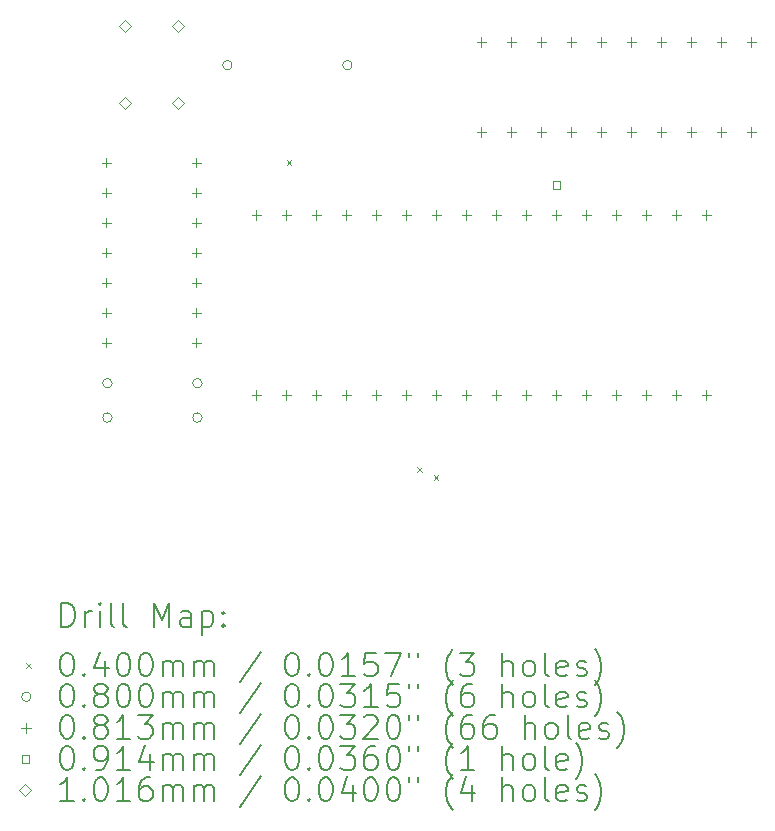
<source format=gbr>
%FSLAX45Y45*%
G04 Gerber Fmt 4.5, Leading zero omitted, Abs format (unit mm)*
G04 Created by KiCad (PCBNEW (6.0.5)) date 2022-12-14 22:57:56*
%MOMM*%
%LPD*%
G01*
G04 APERTURE LIST*
%ADD10C,0.200000*%
%ADD11C,0.040000*%
%ADD12C,0.080000*%
%ADD13C,0.081280*%
%ADD14C,0.091440*%
%ADD15C,0.101600*%
G04 APERTURE END LIST*
D10*
D11*
X13835870Y-9311490D02*
X13875870Y-9351490D01*
X13875870Y-9311490D02*
X13835870Y-9351490D01*
X14941150Y-11913690D02*
X14981150Y-11953690D01*
X14981150Y-11913690D02*
X14941150Y-11953690D01*
X15081900Y-11981500D02*
X15121900Y-12021500D01*
X15121900Y-11981500D02*
X15081900Y-12021500D01*
D12*
X12359000Y-11202000D02*
G75*
G03*
X12359000Y-11202000I-40000J0D01*
G01*
X12359000Y-11493500D02*
G75*
G03*
X12359000Y-11493500I-40000J0D01*
G01*
X13121000Y-11202000D02*
G75*
G03*
X13121000Y-11202000I-40000J0D01*
G01*
X13121000Y-11493500D02*
G75*
G03*
X13121000Y-11493500I-40000J0D01*
G01*
X13375000Y-8509000D02*
G75*
G03*
X13375000Y-8509000I-40000J0D01*
G01*
X14391000Y-8509000D02*
G75*
G03*
X14391000Y-8509000I-40000J0D01*
G01*
D13*
X12310110Y-9293860D02*
X12310110Y-9375140D01*
X12269470Y-9334500D02*
X12350750Y-9334500D01*
X12310110Y-9547860D02*
X12310110Y-9629140D01*
X12269470Y-9588500D02*
X12350750Y-9588500D01*
X12310110Y-9801860D02*
X12310110Y-9883140D01*
X12269470Y-9842500D02*
X12350750Y-9842500D01*
X12310110Y-10055860D02*
X12310110Y-10137140D01*
X12269470Y-10096500D02*
X12350750Y-10096500D01*
X12310110Y-10309860D02*
X12310110Y-10391140D01*
X12269470Y-10350500D02*
X12350750Y-10350500D01*
X12310110Y-10563860D02*
X12310110Y-10645140D01*
X12269470Y-10604500D02*
X12350750Y-10604500D01*
X12310110Y-10817860D02*
X12310110Y-10899140D01*
X12269470Y-10858500D02*
X12350750Y-10858500D01*
X13072110Y-9293860D02*
X13072110Y-9375140D01*
X13031470Y-9334500D02*
X13112750Y-9334500D01*
X13072110Y-9547860D02*
X13072110Y-9629140D01*
X13031470Y-9588500D02*
X13112750Y-9588500D01*
X13072110Y-9801860D02*
X13072110Y-9883140D01*
X13031470Y-9842500D02*
X13112750Y-9842500D01*
X13072110Y-10055860D02*
X13072110Y-10137140D01*
X13031470Y-10096500D02*
X13112750Y-10096500D01*
X13072110Y-10309860D02*
X13072110Y-10391140D01*
X13031470Y-10350500D02*
X13112750Y-10350500D01*
X13072110Y-10563860D02*
X13072110Y-10645140D01*
X13031470Y-10604500D02*
X13112750Y-10604500D01*
X13072110Y-10817860D02*
X13072110Y-10899140D01*
X13031470Y-10858500D02*
X13112750Y-10858500D01*
X13580110Y-9734720D02*
X13580110Y-9816000D01*
X13539470Y-9775360D02*
X13620750Y-9775360D01*
X13580110Y-11258720D02*
X13580110Y-11340000D01*
X13539470Y-11299360D02*
X13620750Y-11299360D01*
X13834110Y-9734720D02*
X13834110Y-9816000D01*
X13793470Y-9775360D02*
X13874750Y-9775360D01*
X13834110Y-11258720D02*
X13834110Y-11340000D01*
X13793470Y-11299360D02*
X13874750Y-11299360D01*
X14088110Y-9734720D02*
X14088110Y-9816000D01*
X14047470Y-9775360D02*
X14128750Y-9775360D01*
X14088110Y-11258720D02*
X14088110Y-11340000D01*
X14047470Y-11299360D02*
X14128750Y-11299360D01*
X14342110Y-9734720D02*
X14342110Y-9816000D01*
X14301470Y-9775360D02*
X14382750Y-9775360D01*
X14342110Y-11258720D02*
X14342110Y-11340000D01*
X14301470Y-11299360D02*
X14382750Y-11299360D01*
X14596110Y-9734720D02*
X14596110Y-9816000D01*
X14555470Y-9775360D02*
X14636750Y-9775360D01*
X14596110Y-11258720D02*
X14596110Y-11340000D01*
X14555470Y-11299360D02*
X14636750Y-11299360D01*
X14850110Y-9734720D02*
X14850110Y-9816000D01*
X14809470Y-9775360D02*
X14890750Y-9775360D01*
X14850110Y-11258720D02*
X14850110Y-11340000D01*
X14809470Y-11299360D02*
X14890750Y-11299360D01*
X15104110Y-9734720D02*
X15104110Y-9816000D01*
X15063470Y-9775360D02*
X15144750Y-9775360D01*
X15104110Y-11258720D02*
X15104110Y-11340000D01*
X15063470Y-11299360D02*
X15144750Y-11299360D01*
X15358110Y-9734720D02*
X15358110Y-9816000D01*
X15317470Y-9775360D02*
X15398750Y-9775360D01*
X15358110Y-11258720D02*
X15358110Y-11340000D01*
X15317470Y-11299360D02*
X15398750Y-11299360D01*
X15485110Y-8274220D02*
X15485110Y-8355500D01*
X15444470Y-8314860D02*
X15525750Y-8314860D01*
X15485110Y-9036220D02*
X15485110Y-9117500D01*
X15444470Y-9076860D02*
X15525750Y-9076860D01*
X15612110Y-9734720D02*
X15612110Y-9816000D01*
X15571470Y-9775360D02*
X15652750Y-9775360D01*
X15612110Y-11258720D02*
X15612110Y-11340000D01*
X15571470Y-11299360D02*
X15652750Y-11299360D01*
X15739110Y-8274220D02*
X15739110Y-8355500D01*
X15698470Y-8314860D02*
X15779750Y-8314860D01*
X15739110Y-9036220D02*
X15739110Y-9117500D01*
X15698470Y-9076860D02*
X15779750Y-9076860D01*
X15866110Y-9734720D02*
X15866110Y-9816000D01*
X15825470Y-9775360D02*
X15906750Y-9775360D01*
X15866110Y-11258720D02*
X15866110Y-11340000D01*
X15825470Y-11299360D02*
X15906750Y-11299360D01*
X15993110Y-8274220D02*
X15993110Y-8355500D01*
X15952470Y-8314860D02*
X16033750Y-8314860D01*
X15993110Y-9036220D02*
X15993110Y-9117500D01*
X15952470Y-9076860D02*
X16033750Y-9076860D01*
X16120110Y-9734720D02*
X16120110Y-9816000D01*
X16079470Y-9775360D02*
X16160750Y-9775360D01*
X16120110Y-11258720D02*
X16120110Y-11340000D01*
X16079470Y-11299360D02*
X16160750Y-11299360D01*
X16247110Y-8274220D02*
X16247110Y-8355500D01*
X16206470Y-8314860D02*
X16287750Y-8314860D01*
X16247110Y-9036220D02*
X16247110Y-9117500D01*
X16206470Y-9076860D02*
X16287750Y-9076860D01*
X16374110Y-9734720D02*
X16374110Y-9816000D01*
X16333470Y-9775360D02*
X16414750Y-9775360D01*
X16374110Y-11258720D02*
X16374110Y-11340000D01*
X16333470Y-11299360D02*
X16414750Y-11299360D01*
X16501110Y-8274220D02*
X16501110Y-8355500D01*
X16460470Y-8314860D02*
X16541750Y-8314860D01*
X16501110Y-9036220D02*
X16501110Y-9117500D01*
X16460470Y-9076860D02*
X16541750Y-9076860D01*
X16628110Y-9734720D02*
X16628110Y-9816000D01*
X16587470Y-9775360D02*
X16668750Y-9775360D01*
X16628110Y-11258720D02*
X16628110Y-11340000D01*
X16587470Y-11299360D02*
X16668750Y-11299360D01*
X16755110Y-8274220D02*
X16755110Y-8355500D01*
X16714470Y-8314860D02*
X16795750Y-8314860D01*
X16755110Y-9036220D02*
X16755110Y-9117500D01*
X16714470Y-9076860D02*
X16795750Y-9076860D01*
X16882110Y-9734720D02*
X16882110Y-9816000D01*
X16841470Y-9775360D02*
X16922750Y-9775360D01*
X16882110Y-11258720D02*
X16882110Y-11340000D01*
X16841470Y-11299360D02*
X16922750Y-11299360D01*
X17009110Y-8274220D02*
X17009110Y-8355500D01*
X16968470Y-8314860D02*
X17049750Y-8314860D01*
X17009110Y-9036220D02*
X17009110Y-9117500D01*
X16968470Y-9076860D02*
X17049750Y-9076860D01*
X17136110Y-9734720D02*
X17136110Y-9816000D01*
X17095470Y-9775360D02*
X17176750Y-9775360D01*
X17136110Y-11258720D02*
X17136110Y-11340000D01*
X17095470Y-11299360D02*
X17176750Y-11299360D01*
X17263110Y-8274220D02*
X17263110Y-8355500D01*
X17222470Y-8314860D02*
X17303750Y-8314860D01*
X17263110Y-9036220D02*
X17263110Y-9117500D01*
X17222470Y-9076860D02*
X17303750Y-9076860D01*
X17390110Y-9734720D02*
X17390110Y-9816000D01*
X17349470Y-9775360D02*
X17430750Y-9775360D01*
X17390110Y-11258720D02*
X17390110Y-11340000D01*
X17349470Y-11299360D02*
X17430750Y-11299360D01*
X17517110Y-8274220D02*
X17517110Y-8355500D01*
X17476470Y-8314860D02*
X17557750Y-8314860D01*
X17517110Y-9036220D02*
X17517110Y-9117500D01*
X17476470Y-9076860D02*
X17557750Y-9076860D01*
X17771110Y-8274220D02*
X17771110Y-8355500D01*
X17730470Y-8314860D02*
X17811750Y-8314860D01*
X17771110Y-9036220D02*
X17771110Y-9117500D01*
X17730470Y-9076860D02*
X17811750Y-9076860D01*
D14*
X16152439Y-9553689D02*
X16152439Y-9489031D01*
X16087781Y-9489031D01*
X16087781Y-9553689D01*
X16152439Y-9553689D01*
D15*
X12466110Y-8231160D02*
X12516910Y-8180360D01*
X12466110Y-8129560D01*
X12415310Y-8180360D01*
X12466110Y-8231160D01*
X12466110Y-8881160D02*
X12516910Y-8830360D01*
X12466110Y-8779560D01*
X12415310Y-8830360D01*
X12466110Y-8881160D01*
X12916110Y-8231160D02*
X12966910Y-8180360D01*
X12916110Y-8129560D01*
X12865310Y-8180360D01*
X12916110Y-8231160D01*
X12916110Y-8881160D02*
X12966910Y-8830360D01*
X12916110Y-8779560D01*
X12865310Y-8830360D01*
X12916110Y-8881160D01*
D10*
X11930229Y-13263336D02*
X11930229Y-13063336D01*
X11977848Y-13063336D01*
X12006419Y-13072860D01*
X12025467Y-13091908D01*
X12034991Y-13110955D01*
X12044515Y-13149050D01*
X12044515Y-13177622D01*
X12034991Y-13215717D01*
X12025467Y-13234765D01*
X12006419Y-13253812D01*
X11977848Y-13263336D01*
X11930229Y-13263336D01*
X12130229Y-13263336D02*
X12130229Y-13130003D01*
X12130229Y-13168098D02*
X12139753Y-13149050D01*
X12149277Y-13139527D01*
X12168324Y-13130003D01*
X12187372Y-13130003D01*
X12254038Y-13263336D02*
X12254038Y-13130003D01*
X12254038Y-13063336D02*
X12244515Y-13072860D01*
X12254038Y-13082384D01*
X12263562Y-13072860D01*
X12254038Y-13063336D01*
X12254038Y-13082384D01*
X12377848Y-13263336D02*
X12358800Y-13253812D01*
X12349277Y-13234765D01*
X12349277Y-13063336D01*
X12482610Y-13263336D02*
X12463562Y-13253812D01*
X12454038Y-13234765D01*
X12454038Y-13063336D01*
X12711181Y-13263336D02*
X12711181Y-13063336D01*
X12777848Y-13206193D01*
X12844515Y-13063336D01*
X12844515Y-13263336D01*
X13025467Y-13263336D02*
X13025467Y-13158574D01*
X13015943Y-13139527D01*
X12996896Y-13130003D01*
X12958800Y-13130003D01*
X12939753Y-13139527D01*
X13025467Y-13253812D02*
X13006419Y-13263336D01*
X12958800Y-13263336D01*
X12939753Y-13253812D01*
X12930229Y-13234765D01*
X12930229Y-13215717D01*
X12939753Y-13196669D01*
X12958800Y-13187146D01*
X13006419Y-13187146D01*
X13025467Y-13177622D01*
X13120705Y-13130003D02*
X13120705Y-13330003D01*
X13120705Y-13139527D02*
X13139753Y-13130003D01*
X13177848Y-13130003D01*
X13196896Y-13139527D01*
X13206419Y-13149050D01*
X13215943Y-13168098D01*
X13215943Y-13225241D01*
X13206419Y-13244288D01*
X13196896Y-13253812D01*
X13177848Y-13263336D01*
X13139753Y-13263336D01*
X13120705Y-13253812D01*
X13301658Y-13244288D02*
X13311181Y-13253812D01*
X13301658Y-13263336D01*
X13292134Y-13253812D01*
X13301658Y-13244288D01*
X13301658Y-13263336D01*
X13301658Y-13139527D02*
X13311181Y-13149050D01*
X13301658Y-13158574D01*
X13292134Y-13149050D01*
X13301658Y-13139527D01*
X13301658Y-13158574D01*
D11*
X11632610Y-13572860D02*
X11672610Y-13612860D01*
X11672610Y-13572860D02*
X11632610Y-13612860D01*
D10*
X11968324Y-13483336D02*
X11987372Y-13483336D01*
X12006419Y-13492860D01*
X12015943Y-13502384D01*
X12025467Y-13521431D01*
X12034991Y-13559527D01*
X12034991Y-13607146D01*
X12025467Y-13645241D01*
X12015943Y-13664288D01*
X12006419Y-13673812D01*
X11987372Y-13683336D01*
X11968324Y-13683336D01*
X11949277Y-13673812D01*
X11939753Y-13664288D01*
X11930229Y-13645241D01*
X11920705Y-13607146D01*
X11920705Y-13559527D01*
X11930229Y-13521431D01*
X11939753Y-13502384D01*
X11949277Y-13492860D01*
X11968324Y-13483336D01*
X12120705Y-13664288D02*
X12130229Y-13673812D01*
X12120705Y-13683336D01*
X12111181Y-13673812D01*
X12120705Y-13664288D01*
X12120705Y-13683336D01*
X12301658Y-13550003D02*
X12301658Y-13683336D01*
X12254038Y-13473812D02*
X12206419Y-13616669D01*
X12330229Y-13616669D01*
X12444515Y-13483336D02*
X12463562Y-13483336D01*
X12482610Y-13492860D01*
X12492134Y-13502384D01*
X12501658Y-13521431D01*
X12511181Y-13559527D01*
X12511181Y-13607146D01*
X12501658Y-13645241D01*
X12492134Y-13664288D01*
X12482610Y-13673812D01*
X12463562Y-13683336D01*
X12444515Y-13683336D01*
X12425467Y-13673812D01*
X12415943Y-13664288D01*
X12406419Y-13645241D01*
X12396896Y-13607146D01*
X12396896Y-13559527D01*
X12406419Y-13521431D01*
X12415943Y-13502384D01*
X12425467Y-13492860D01*
X12444515Y-13483336D01*
X12634991Y-13483336D02*
X12654038Y-13483336D01*
X12673086Y-13492860D01*
X12682610Y-13502384D01*
X12692134Y-13521431D01*
X12701658Y-13559527D01*
X12701658Y-13607146D01*
X12692134Y-13645241D01*
X12682610Y-13664288D01*
X12673086Y-13673812D01*
X12654038Y-13683336D01*
X12634991Y-13683336D01*
X12615943Y-13673812D01*
X12606419Y-13664288D01*
X12596896Y-13645241D01*
X12587372Y-13607146D01*
X12587372Y-13559527D01*
X12596896Y-13521431D01*
X12606419Y-13502384D01*
X12615943Y-13492860D01*
X12634991Y-13483336D01*
X12787372Y-13683336D02*
X12787372Y-13550003D01*
X12787372Y-13569050D02*
X12796896Y-13559527D01*
X12815943Y-13550003D01*
X12844515Y-13550003D01*
X12863562Y-13559527D01*
X12873086Y-13578574D01*
X12873086Y-13683336D01*
X12873086Y-13578574D02*
X12882610Y-13559527D01*
X12901658Y-13550003D01*
X12930229Y-13550003D01*
X12949277Y-13559527D01*
X12958800Y-13578574D01*
X12958800Y-13683336D01*
X13054038Y-13683336D02*
X13054038Y-13550003D01*
X13054038Y-13569050D02*
X13063562Y-13559527D01*
X13082610Y-13550003D01*
X13111181Y-13550003D01*
X13130229Y-13559527D01*
X13139753Y-13578574D01*
X13139753Y-13683336D01*
X13139753Y-13578574D02*
X13149277Y-13559527D01*
X13168324Y-13550003D01*
X13196896Y-13550003D01*
X13215943Y-13559527D01*
X13225467Y-13578574D01*
X13225467Y-13683336D01*
X13615943Y-13473812D02*
X13444515Y-13730955D01*
X13873086Y-13483336D02*
X13892134Y-13483336D01*
X13911181Y-13492860D01*
X13920705Y-13502384D01*
X13930229Y-13521431D01*
X13939753Y-13559527D01*
X13939753Y-13607146D01*
X13930229Y-13645241D01*
X13920705Y-13664288D01*
X13911181Y-13673812D01*
X13892134Y-13683336D01*
X13873086Y-13683336D01*
X13854038Y-13673812D01*
X13844515Y-13664288D01*
X13834991Y-13645241D01*
X13825467Y-13607146D01*
X13825467Y-13559527D01*
X13834991Y-13521431D01*
X13844515Y-13502384D01*
X13854038Y-13492860D01*
X13873086Y-13483336D01*
X14025467Y-13664288D02*
X14034991Y-13673812D01*
X14025467Y-13683336D01*
X14015943Y-13673812D01*
X14025467Y-13664288D01*
X14025467Y-13683336D01*
X14158800Y-13483336D02*
X14177848Y-13483336D01*
X14196896Y-13492860D01*
X14206419Y-13502384D01*
X14215943Y-13521431D01*
X14225467Y-13559527D01*
X14225467Y-13607146D01*
X14215943Y-13645241D01*
X14206419Y-13664288D01*
X14196896Y-13673812D01*
X14177848Y-13683336D01*
X14158800Y-13683336D01*
X14139753Y-13673812D01*
X14130229Y-13664288D01*
X14120705Y-13645241D01*
X14111181Y-13607146D01*
X14111181Y-13559527D01*
X14120705Y-13521431D01*
X14130229Y-13502384D01*
X14139753Y-13492860D01*
X14158800Y-13483336D01*
X14415943Y-13683336D02*
X14301658Y-13683336D01*
X14358800Y-13683336D02*
X14358800Y-13483336D01*
X14339753Y-13511908D01*
X14320705Y-13530955D01*
X14301658Y-13540479D01*
X14596896Y-13483336D02*
X14501658Y-13483336D01*
X14492134Y-13578574D01*
X14501658Y-13569050D01*
X14520705Y-13559527D01*
X14568324Y-13559527D01*
X14587372Y-13569050D01*
X14596896Y-13578574D01*
X14606419Y-13597622D01*
X14606419Y-13645241D01*
X14596896Y-13664288D01*
X14587372Y-13673812D01*
X14568324Y-13683336D01*
X14520705Y-13683336D01*
X14501658Y-13673812D01*
X14492134Y-13664288D01*
X14673086Y-13483336D02*
X14806419Y-13483336D01*
X14720705Y-13683336D01*
X14873086Y-13483336D02*
X14873086Y-13521431D01*
X14949277Y-13483336D02*
X14949277Y-13521431D01*
X15244515Y-13759527D02*
X15234991Y-13750003D01*
X15215943Y-13721431D01*
X15206419Y-13702384D01*
X15196896Y-13673812D01*
X15187372Y-13626193D01*
X15187372Y-13588098D01*
X15196896Y-13540479D01*
X15206419Y-13511908D01*
X15215943Y-13492860D01*
X15234991Y-13464288D01*
X15244515Y-13454765D01*
X15301658Y-13483336D02*
X15425467Y-13483336D01*
X15358800Y-13559527D01*
X15387372Y-13559527D01*
X15406419Y-13569050D01*
X15415943Y-13578574D01*
X15425467Y-13597622D01*
X15425467Y-13645241D01*
X15415943Y-13664288D01*
X15406419Y-13673812D01*
X15387372Y-13683336D01*
X15330229Y-13683336D01*
X15311181Y-13673812D01*
X15301658Y-13664288D01*
X15663562Y-13683336D02*
X15663562Y-13483336D01*
X15749277Y-13683336D02*
X15749277Y-13578574D01*
X15739753Y-13559527D01*
X15720705Y-13550003D01*
X15692134Y-13550003D01*
X15673086Y-13559527D01*
X15663562Y-13569050D01*
X15873086Y-13683336D02*
X15854038Y-13673812D01*
X15844515Y-13664288D01*
X15834991Y-13645241D01*
X15834991Y-13588098D01*
X15844515Y-13569050D01*
X15854038Y-13559527D01*
X15873086Y-13550003D01*
X15901658Y-13550003D01*
X15920705Y-13559527D01*
X15930229Y-13569050D01*
X15939753Y-13588098D01*
X15939753Y-13645241D01*
X15930229Y-13664288D01*
X15920705Y-13673812D01*
X15901658Y-13683336D01*
X15873086Y-13683336D01*
X16054038Y-13683336D02*
X16034991Y-13673812D01*
X16025467Y-13654765D01*
X16025467Y-13483336D01*
X16206419Y-13673812D02*
X16187372Y-13683336D01*
X16149277Y-13683336D01*
X16130229Y-13673812D01*
X16120705Y-13654765D01*
X16120705Y-13578574D01*
X16130229Y-13559527D01*
X16149277Y-13550003D01*
X16187372Y-13550003D01*
X16206419Y-13559527D01*
X16215943Y-13578574D01*
X16215943Y-13597622D01*
X16120705Y-13616669D01*
X16292134Y-13673812D02*
X16311181Y-13683336D01*
X16349277Y-13683336D01*
X16368324Y-13673812D01*
X16377848Y-13654765D01*
X16377848Y-13645241D01*
X16368324Y-13626193D01*
X16349277Y-13616669D01*
X16320705Y-13616669D01*
X16301658Y-13607146D01*
X16292134Y-13588098D01*
X16292134Y-13578574D01*
X16301658Y-13559527D01*
X16320705Y-13550003D01*
X16349277Y-13550003D01*
X16368324Y-13559527D01*
X16444515Y-13759527D02*
X16454038Y-13750003D01*
X16473086Y-13721431D01*
X16482610Y-13702384D01*
X16492134Y-13673812D01*
X16501658Y-13626193D01*
X16501658Y-13588098D01*
X16492134Y-13540479D01*
X16482610Y-13511908D01*
X16473086Y-13492860D01*
X16454038Y-13464288D01*
X16444515Y-13454765D01*
D12*
X11672610Y-13856860D02*
G75*
G03*
X11672610Y-13856860I-40000J0D01*
G01*
D10*
X11968324Y-13747336D02*
X11987372Y-13747336D01*
X12006419Y-13756860D01*
X12015943Y-13766384D01*
X12025467Y-13785431D01*
X12034991Y-13823527D01*
X12034991Y-13871146D01*
X12025467Y-13909241D01*
X12015943Y-13928288D01*
X12006419Y-13937812D01*
X11987372Y-13947336D01*
X11968324Y-13947336D01*
X11949277Y-13937812D01*
X11939753Y-13928288D01*
X11930229Y-13909241D01*
X11920705Y-13871146D01*
X11920705Y-13823527D01*
X11930229Y-13785431D01*
X11939753Y-13766384D01*
X11949277Y-13756860D01*
X11968324Y-13747336D01*
X12120705Y-13928288D02*
X12130229Y-13937812D01*
X12120705Y-13947336D01*
X12111181Y-13937812D01*
X12120705Y-13928288D01*
X12120705Y-13947336D01*
X12244515Y-13833050D02*
X12225467Y-13823527D01*
X12215943Y-13814003D01*
X12206419Y-13794955D01*
X12206419Y-13785431D01*
X12215943Y-13766384D01*
X12225467Y-13756860D01*
X12244515Y-13747336D01*
X12282610Y-13747336D01*
X12301658Y-13756860D01*
X12311181Y-13766384D01*
X12320705Y-13785431D01*
X12320705Y-13794955D01*
X12311181Y-13814003D01*
X12301658Y-13823527D01*
X12282610Y-13833050D01*
X12244515Y-13833050D01*
X12225467Y-13842574D01*
X12215943Y-13852098D01*
X12206419Y-13871146D01*
X12206419Y-13909241D01*
X12215943Y-13928288D01*
X12225467Y-13937812D01*
X12244515Y-13947336D01*
X12282610Y-13947336D01*
X12301658Y-13937812D01*
X12311181Y-13928288D01*
X12320705Y-13909241D01*
X12320705Y-13871146D01*
X12311181Y-13852098D01*
X12301658Y-13842574D01*
X12282610Y-13833050D01*
X12444515Y-13747336D02*
X12463562Y-13747336D01*
X12482610Y-13756860D01*
X12492134Y-13766384D01*
X12501658Y-13785431D01*
X12511181Y-13823527D01*
X12511181Y-13871146D01*
X12501658Y-13909241D01*
X12492134Y-13928288D01*
X12482610Y-13937812D01*
X12463562Y-13947336D01*
X12444515Y-13947336D01*
X12425467Y-13937812D01*
X12415943Y-13928288D01*
X12406419Y-13909241D01*
X12396896Y-13871146D01*
X12396896Y-13823527D01*
X12406419Y-13785431D01*
X12415943Y-13766384D01*
X12425467Y-13756860D01*
X12444515Y-13747336D01*
X12634991Y-13747336D02*
X12654038Y-13747336D01*
X12673086Y-13756860D01*
X12682610Y-13766384D01*
X12692134Y-13785431D01*
X12701658Y-13823527D01*
X12701658Y-13871146D01*
X12692134Y-13909241D01*
X12682610Y-13928288D01*
X12673086Y-13937812D01*
X12654038Y-13947336D01*
X12634991Y-13947336D01*
X12615943Y-13937812D01*
X12606419Y-13928288D01*
X12596896Y-13909241D01*
X12587372Y-13871146D01*
X12587372Y-13823527D01*
X12596896Y-13785431D01*
X12606419Y-13766384D01*
X12615943Y-13756860D01*
X12634991Y-13747336D01*
X12787372Y-13947336D02*
X12787372Y-13814003D01*
X12787372Y-13833050D02*
X12796896Y-13823527D01*
X12815943Y-13814003D01*
X12844515Y-13814003D01*
X12863562Y-13823527D01*
X12873086Y-13842574D01*
X12873086Y-13947336D01*
X12873086Y-13842574D02*
X12882610Y-13823527D01*
X12901658Y-13814003D01*
X12930229Y-13814003D01*
X12949277Y-13823527D01*
X12958800Y-13842574D01*
X12958800Y-13947336D01*
X13054038Y-13947336D02*
X13054038Y-13814003D01*
X13054038Y-13833050D02*
X13063562Y-13823527D01*
X13082610Y-13814003D01*
X13111181Y-13814003D01*
X13130229Y-13823527D01*
X13139753Y-13842574D01*
X13139753Y-13947336D01*
X13139753Y-13842574D02*
X13149277Y-13823527D01*
X13168324Y-13814003D01*
X13196896Y-13814003D01*
X13215943Y-13823527D01*
X13225467Y-13842574D01*
X13225467Y-13947336D01*
X13615943Y-13737812D02*
X13444515Y-13994955D01*
X13873086Y-13747336D02*
X13892134Y-13747336D01*
X13911181Y-13756860D01*
X13920705Y-13766384D01*
X13930229Y-13785431D01*
X13939753Y-13823527D01*
X13939753Y-13871146D01*
X13930229Y-13909241D01*
X13920705Y-13928288D01*
X13911181Y-13937812D01*
X13892134Y-13947336D01*
X13873086Y-13947336D01*
X13854038Y-13937812D01*
X13844515Y-13928288D01*
X13834991Y-13909241D01*
X13825467Y-13871146D01*
X13825467Y-13823527D01*
X13834991Y-13785431D01*
X13844515Y-13766384D01*
X13854038Y-13756860D01*
X13873086Y-13747336D01*
X14025467Y-13928288D02*
X14034991Y-13937812D01*
X14025467Y-13947336D01*
X14015943Y-13937812D01*
X14025467Y-13928288D01*
X14025467Y-13947336D01*
X14158800Y-13747336D02*
X14177848Y-13747336D01*
X14196896Y-13756860D01*
X14206419Y-13766384D01*
X14215943Y-13785431D01*
X14225467Y-13823527D01*
X14225467Y-13871146D01*
X14215943Y-13909241D01*
X14206419Y-13928288D01*
X14196896Y-13937812D01*
X14177848Y-13947336D01*
X14158800Y-13947336D01*
X14139753Y-13937812D01*
X14130229Y-13928288D01*
X14120705Y-13909241D01*
X14111181Y-13871146D01*
X14111181Y-13823527D01*
X14120705Y-13785431D01*
X14130229Y-13766384D01*
X14139753Y-13756860D01*
X14158800Y-13747336D01*
X14292134Y-13747336D02*
X14415943Y-13747336D01*
X14349277Y-13823527D01*
X14377848Y-13823527D01*
X14396896Y-13833050D01*
X14406419Y-13842574D01*
X14415943Y-13861622D01*
X14415943Y-13909241D01*
X14406419Y-13928288D01*
X14396896Y-13937812D01*
X14377848Y-13947336D01*
X14320705Y-13947336D01*
X14301658Y-13937812D01*
X14292134Y-13928288D01*
X14606419Y-13947336D02*
X14492134Y-13947336D01*
X14549277Y-13947336D02*
X14549277Y-13747336D01*
X14530229Y-13775908D01*
X14511181Y-13794955D01*
X14492134Y-13804479D01*
X14787372Y-13747336D02*
X14692134Y-13747336D01*
X14682610Y-13842574D01*
X14692134Y-13833050D01*
X14711181Y-13823527D01*
X14758800Y-13823527D01*
X14777848Y-13833050D01*
X14787372Y-13842574D01*
X14796896Y-13861622D01*
X14796896Y-13909241D01*
X14787372Y-13928288D01*
X14777848Y-13937812D01*
X14758800Y-13947336D01*
X14711181Y-13947336D01*
X14692134Y-13937812D01*
X14682610Y-13928288D01*
X14873086Y-13747336D02*
X14873086Y-13785431D01*
X14949277Y-13747336D02*
X14949277Y-13785431D01*
X15244515Y-14023527D02*
X15234991Y-14014003D01*
X15215943Y-13985431D01*
X15206419Y-13966384D01*
X15196896Y-13937812D01*
X15187372Y-13890193D01*
X15187372Y-13852098D01*
X15196896Y-13804479D01*
X15206419Y-13775908D01*
X15215943Y-13756860D01*
X15234991Y-13728288D01*
X15244515Y-13718765D01*
X15406419Y-13747336D02*
X15368324Y-13747336D01*
X15349277Y-13756860D01*
X15339753Y-13766384D01*
X15320705Y-13794955D01*
X15311181Y-13833050D01*
X15311181Y-13909241D01*
X15320705Y-13928288D01*
X15330229Y-13937812D01*
X15349277Y-13947336D01*
X15387372Y-13947336D01*
X15406419Y-13937812D01*
X15415943Y-13928288D01*
X15425467Y-13909241D01*
X15425467Y-13861622D01*
X15415943Y-13842574D01*
X15406419Y-13833050D01*
X15387372Y-13823527D01*
X15349277Y-13823527D01*
X15330229Y-13833050D01*
X15320705Y-13842574D01*
X15311181Y-13861622D01*
X15663562Y-13947336D02*
X15663562Y-13747336D01*
X15749277Y-13947336D02*
X15749277Y-13842574D01*
X15739753Y-13823527D01*
X15720705Y-13814003D01*
X15692134Y-13814003D01*
X15673086Y-13823527D01*
X15663562Y-13833050D01*
X15873086Y-13947336D02*
X15854038Y-13937812D01*
X15844515Y-13928288D01*
X15834991Y-13909241D01*
X15834991Y-13852098D01*
X15844515Y-13833050D01*
X15854038Y-13823527D01*
X15873086Y-13814003D01*
X15901658Y-13814003D01*
X15920705Y-13823527D01*
X15930229Y-13833050D01*
X15939753Y-13852098D01*
X15939753Y-13909241D01*
X15930229Y-13928288D01*
X15920705Y-13937812D01*
X15901658Y-13947336D01*
X15873086Y-13947336D01*
X16054038Y-13947336D02*
X16034991Y-13937812D01*
X16025467Y-13918765D01*
X16025467Y-13747336D01*
X16206419Y-13937812D02*
X16187372Y-13947336D01*
X16149277Y-13947336D01*
X16130229Y-13937812D01*
X16120705Y-13918765D01*
X16120705Y-13842574D01*
X16130229Y-13823527D01*
X16149277Y-13814003D01*
X16187372Y-13814003D01*
X16206419Y-13823527D01*
X16215943Y-13842574D01*
X16215943Y-13861622D01*
X16120705Y-13880669D01*
X16292134Y-13937812D02*
X16311181Y-13947336D01*
X16349277Y-13947336D01*
X16368324Y-13937812D01*
X16377848Y-13918765D01*
X16377848Y-13909241D01*
X16368324Y-13890193D01*
X16349277Y-13880669D01*
X16320705Y-13880669D01*
X16301658Y-13871146D01*
X16292134Y-13852098D01*
X16292134Y-13842574D01*
X16301658Y-13823527D01*
X16320705Y-13814003D01*
X16349277Y-13814003D01*
X16368324Y-13823527D01*
X16444515Y-14023527D02*
X16454038Y-14014003D01*
X16473086Y-13985431D01*
X16482610Y-13966384D01*
X16492134Y-13937812D01*
X16501658Y-13890193D01*
X16501658Y-13852098D01*
X16492134Y-13804479D01*
X16482610Y-13775908D01*
X16473086Y-13756860D01*
X16454038Y-13728288D01*
X16444515Y-13718765D01*
D13*
X11631970Y-14080220D02*
X11631970Y-14161500D01*
X11591330Y-14120860D02*
X11672610Y-14120860D01*
D10*
X11968324Y-14011336D02*
X11987372Y-14011336D01*
X12006419Y-14020860D01*
X12015943Y-14030384D01*
X12025467Y-14049431D01*
X12034991Y-14087527D01*
X12034991Y-14135146D01*
X12025467Y-14173241D01*
X12015943Y-14192288D01*
X12006419Y-14201812D01*
X11987372Y-14211336D01*
X11968324Y-14211336D01*
X11949277Y-14201812D01*
X11939753Y-14192288D01*
X11930229Y-14173241D01*
X11920705Y-14135146D01*
X11920705Y-14087527D01*
X11930229Y-14049431D01*
X11939753Y-14030384D01*
X11949277Y-14020860D01*
X11968324Y-14011336D01*
X12120705Y-14192288D02*
X12130229Y-14201812D01*
X12120705Y-14211336D01*
X12111181Y-14201812D01*
X12120705Y-14192288D01*
X12120705Y-14211336D01*
X12244515Y-14097050D02*
X12225467Y-14087527D01*
X12215943Y-14078003D01*
X12206419Y-14058955D01*
X12206419Y-14049431D01*
X12215943Y-14030384D01*
X12225467Y-14020860D01*
X12244515Y-14011336D01*
X12282610Y-14011336D01*
X12301658Y-14020860D01*
X12311181Y-14030384D01*
X12320705Y-14049431D01*
X12320705Y-14058955D01*
X12311181Y-14078003D01*
X12301658Y-14087527D01*
X12282610Y-14097050D01*
X12244515Y-14097050D01*
X12225467Y-14106574D01*
X12215943Y-14116098D01*
X12206419Y-14135146D01*
X12206419Y-14173241D01*
X12215943Y-14192288D01*
X12225467Y-14201812D01*
X12244515Y-14211336D01*
X12282610Y-14211336D01*
X12301658Y-14201812D01*
X12311181Y-14192288D01*
X12320705Y-14173241D01*
X12320705Y-14135146D01*
X12311181Y-14116098D01*
X12301658Y-14106574D01*
X12282610Y-14097050D01*
X12511181Y-14211336D02*
X12396896Y-14211336D01*
X12454038Y-14211336D02*
X12454038Y-14011336D01*
X12434991Y-14039908D01*
X12415943Y-14058955D01*
X12396896Y-14068479D01*
X12577848Y-14011336D02*
X12701658Y-14011336D01*
X12634991Y-14087527D01*
X12663562Y-14087527D01*
X12682610Y-14097050D01*
X12692134Y-14106574D01*
X12701658Y-14125622D01*
X12701658Y-14173241D01*
X12692134Y-14192288D01*
X12682610Y-14201812D01*
X12663562Y-14211336D01*
X12606419Y-14211336D01*
X12587372Y-14201812D01*
X12577848Y-14192288D01*
X12787372Y-14211336D02*
X12787372Y-14078003D01*
X12787372Y-14097050D02*
X12796896Y-14087527D01*
X12815943Y-14078003D01*
X12844515Y-14078003D01*
X12863562Y-14087527D01*
X12873086Y-14106574D01*
X12873086Y-14211336D01*
X12873086Y-14106574D02*
X12882610Y-14087527D01*
X12901658Y-14078003D01*
X12930229Y-14078003D01*
X12949277Y-14087527D01*
X12958800Y-14106574D01*
X12958800Y-14211336D01*
X13054038Y-14211336D02*
X13054038Y-14078003D01*
X13054038Y-14097050D02*
X13063562Y-14087527D01*
X13082610Y-14078003D01*
X13111181Y-14078003D01*
X13130229Y-14087527D01*
X13139753Y-14106574D01*
X13139753Y-14211336D01*
X13139753Y-14106574D02*
X13149277Y-14087527D01*
X13168324Y-14078003D01*
X13196896Y-14078003D01*
X13215943Y-14087527D01*
X13225467Y-14106574D01*
X13225467Y-14211336D01*
X13615943Y-14001812D02*
X13444515Y-14258955D01*
X13873086Y-14011336D02*
X13892134Y-14011336D01*
X13911181Y-14020860D01*
X13920705Y-14030384D01*
X13930229Y-14049431D01*
X13939753Y-14087527D01*
X13939753Y-14135146D01*
X13930229Y-14173241D01*
X13920705Y-14192288D01*
X13911181Y-14201812D01*
X13892134Y-14211336D01*
X13873086Y-14211336D01*
X13854038Y-14201812D01*
X13844515Y-14192288D01*
X13834991Y-14173241D01*
X13825467Y-14135146D01*
X13825467Y-14087527D01*
X13834991Y-14049431D01*
X13844515Y-14030384D01*
X13854038Y-14020860D01*
X13873086Y-14011336D01*
X14025467Y-14192288D02*
X14034991Y-14201812D01*
X14025467Y-14211336D01*
X14015943Y-14201812D01*
X14025467Y-14192288D01*
X14025467Y-14211336D01*
X14158800Y-14011336D02*
X14177848Y-14011336D01*
X14196896Y-14020860D01*
X14206419Y-14030384D01*
X14215943Y-14049431D01*
X14225467Y-14087527D01*
X14225467Y-14135146D01*
X14215943Y-14173241D01*
X14206419Y-14192288D01*
X14196896Y-14201812D01*
X14177848Y-14211336D01*
X14158800Y-14211336D01*
X14139753Y-14201812D01*
X14130229Y-14192288D01*
X14120705Y-14173241D01*
X14111181Y-14135146D01*
X14111181Y-14087527D01*
X14120705Y-14049431D01*
X14130229Y-14030384D01*
X14139753Y-14020860D01*
X14158800Y-14011336D01*
X14292134Y-14011336D02*
X14415943Y-14011336D01*
X14349277Y-14087527D01*
X14377848Y-14087527D01*
X14396896Y-14097050D01*
X14406419Y-14106574D01*
X14415943Y-14125622D01*
X14415943Y-14173241D01*
X14406419Y-14192288D01*
X14396896Y-14201812D01*
X14377848Y-14211336D01*
X14320705Y-14211336D01*
X14301658Y-14201812D01*
X14292134Y-14192288D01*
X14492134Y-14030384D02*
X14501658Y-14020860D01*
X14520705Y-14011336D01*
X14568324Y-14011336D01*
X14587372Y-14020860D01*
X14596896Y-14030384D01*
X14606419Y-14049431D01*
X14606419Y-14068479D01*
X14596896Y-14097050D01*
X14482610Y-14211336D01*
X14606419Y-14211336D01*
X14730229Y-14011336D02*
X14749277Y-14011336D01*
X14768324Y-14020860D01*
X14777848Y-14030384D01*
X14787372Y-14049431D01*
X14796896Y-14087527D01*
X14796896Y-14135146D01*
X14787372Y-14173241D01*
X14777848Y-14192288D01*
X14768324Y-14201812D01*
X14749277Y-14211336D01*
X14730229Y-14211336D01*
X14711181Y-14201812D01*
X14701658Y-14192288D01*
X14692134Y-14173241D01*
X14682610Y-14135146D01*
X14682610Y-14087527D01*
X14692134Y-14049431D01*
X14701658Y-14030384D01*
X14711181Y-14020860D01*
X14730229Y-14011336D01*
X14873086Y-14011336D02*
X14873086Y-14049431D01*
X14949277Y-14011336D02*
X14949277Y-14049431D01*
X15244515Y-14287527D02*
X15234991Y-14278003D01*
X15215943Y-14249431D01*
X15206419Y-14230384D01*
X15196896Y-14201812D01*
X15187372Y-14154193D01*
X15187372Y-14116098D01*
X15196896Y-14068479D01*
X15206419Y-14039908D01*
X15215943Y-14020860D01*
X15234991Y-13992288D01*
X15244515Y-13982765D01*
X15406419Y-14011336D02*
X15368324Y-14011336D01*
X15349277Y-14020860D01*
X15339753Y-14030384D01*
X15320705Y-14058955D01*
X15311181Y-14097050D01*
X15311181Y-14173241D01*
X15320705Y-14192288D01*
X15330229Y-14201812D01*
X15349277Y-14211336D01*
X15387372Y-14211336D01*
X15406419Y-14201812D01*
X15415943Y-14192288D01*
X15425467Y-14173241D01*
X15425467Y-14125622D01*
X15415943Y-14106574D01*
X15406419Y-14097050D01*
X15387372Y-14087527D01*
X15349277Y-14087527D01*
X15330229Y-14097050D01*
X15320705Y-14106574D01*
X15311181Y-14125622D01*
X15596896Y-14011336D02*
X15558800Y-14011336D01*
X15539753Y-14020860D01*
X15530229Y-14030384D01*
X15511181Y-14058955D01*
X15501658Y-14097050D01*
X15501658Y-14173241D01*
X15511181Y-14192288D01*
X15520705Y-14201812D01*
X15539753Y-14211336D01*
X15577848Y-14211336D01*
X15596896Y-14201812D01*
X15606419Y-14192288D01*
X15615943Y-14173241D01*
X15615943Y-14125622D01*
X15606419Y-14106574D01*
X15596896Y-14097050D01*
X15577848Y-14087527D01*
X15539753Y-14087527D01*
X15520705Y-14097050D01*
X15511181Y-14106574D01*
X15501658Y-14125622D01*
X15854038Y-14211336D02*
X15854038Y-14011336D01*
X15939753Y-14211336D02*
X15939753Y-14106574D01*
X15930229Y-14087527D01*
X15911181Y-14078003D01*
X15882610Y-14078003D01*
X15863562Y-14087527D01*
X15854038Y-14097050D01*
X16063562Y-14211336D02*
X16044515Y-14201812D01*
X16034991Y-14192288D01*
X16025467Y-14173241D01*
X16025467Y-14116098D01*
X16034991Y-14097050D01*
X16044515Y-14087527D01*
X16063562Y-14078003D01*
X16092134Y-14078003D01*
X16111181Y-14087527D01*
X16120705Y-14097050D01*
X16130229Y-14116098D01*
X16130229Y-14173241D01*
X16120705Y-14192288D01*
X16111181Y-14201812D01*
X16092134Y-14211336D01*
X16063562Y-14211336D01*
X16244515Y-14211336D02*
X16225467Y-14201812D01*
X16215943Y-14182765D01*
X16215943Y-14011336D01*
X16396896Y-14201812D02*
X16377848Y-14211336D01*
X16339753Y-14211336D01*
X16320705Y-14201812D01*
X16311181Y-14182765D01*
X16311181Y-14106574D01*
X16320705Y-14087527D01*
X16339753Y-14078003D01*
X16377848Y-14078003D01*
X16396896Y-14087527D01*
X16406419Y-14106574D01*
X16406419Y-14125622D01*
X16311181Y-14144669D01*
X16482610Y-14201812D02*
X16501658Y-14211336D01*
X16539753Y-14211336D01*
X16558800Y-14201812D01*
X16568324Y-14182765D01*
X16568324Y-14173241D01*
X16558800Y-14154193D01*
X16539753Y-14144669D01*
X16511181Y-14144669D01*
X16492134Y-14135146D01*
X16482610Y-14116098D01*
X16482610Y-14106574D01*
X16492134Y-14087527D01*
X16511181Y-14078003D01*
X16539753Y-14078003D01*
X16558800Y-14087527D01*
X16634991Y-14287527D02*
X16644515Y-14278003D01*
X16663562Y-14249431D01*
X16673086Y-14230384D01*
X16682610Y-14201812D01*
X16692134Y-14154193D01*
X16692134Y-14116098D01*
X16682610Y-14068479D01*
X16673086Y-14039908D01*
X16663562Y-14020860D01*
X16644515Y-13992288D01*
X16634991Y-13982765D01*
D14*
X11659219Y-14417189D02*
X11659219Y-14352531D01*
X11594561Y-14352531D01*
X11594561Y-14417189D01*
X11659219Y-14417189D01*
D10*
X11968324Y-14275336D02*
X11987372Y-14275336D01*
X12006419Y-14284860D01*
X12015943Y-14294384D01*
X12025467Y-14313431D01*
X12034991Y-14351527D01*
X12034991Y-14399146D01*
X12025467Y-14437241D01*
X12015943Y-14456288D01*
X12006419Y-14465812D01*
X11987372Y-14475336D01*
X11968324Y-14475336D01*
X11949277Y-14465812D01*
X11939753Y-14456288D01*
X11930229Y-14437241D01*
X11920705Y-14399146D01*
X11920705Y-14351527D01*
X11930229Y-14313431D01*
X11939753Y-14294384D01*
X11949277Y-14284860D01*
X11968324Y-14275336D01*
X12120705Y-14456288D02*
X12130229Y-14465812D01*
X12120705Y-14475336D01*
X12111181Y-14465812D01*
X12120705Y-14456288D01*
X12120705Y-14475336D01*
X12225467Y-14475336D02*
X12263562Y-14475336D01*
X12282610Y-14465812D01*
X12292134Y-14456288D01*
X12311181Y-14427717D01*
X12320705Y-14389622D01*
X12320705Y-14313431D01*
X12311181Y-14294384D01*
X12301658Y-14284860D01*
X12282610Y-14275336D01*
X12244515Y-14275336D01*
X12225467Y-14284860D01*
X12215943Y-14294384D01*
X12206419Y-14313431D01*
X12206419Y-14361050D01*
X12215943Y-14380098D01*
X12225467Y-14389622D01*
X12244515Y-14399146D01*
X12282610Y-14399146D01*
X12301658Y-14389622D01*
X12311181Y-14380098D01*
X12320705Y-14361050D01*
X12511181Y-14475336D02*
X12396896Y-14475336D01*
X12454038Y-14475336D02*
X12454038Y-14275336D01*
X12434991Y-14303908D01*
X12415943Y-14322955D01*
X12396896Y-14332479D01*
X12682610Y-14342003D02*
X12682610Y-14475336D01*
X12634991Y-14265812D02*
X12587372Y-14408669D01*
X12711181Y-14408669D01*
X12787372Y-14475336D02*
X12787372Y-14342003D01*
X12787372Y-14361050D02*
X12796896Y-14351527D01*
X12815943Y-14342003D01*
X12844515Y-14342003D01*
X12863562Y-14351527D01*
X12873086Y-14370574D01*
X12873086Y-14475336D01*
X12873086Y-14370574D02*
X12882610Y-14351527D01*
X12901658Y-14342003D01*
X12930229Y-14342003D01*
X12949277Y-14351527D01*
X12958800Y-14370574D01*
X12958800Y-14475336D01*
X13054038Y-14475336D02*
X13054038Y-14342003D01*
X13054038Y-14361050D02*
X13063562Y-14351527D01*
X13082610Y-14342003D01*
X13111181Y-14342003D01*
X13130229Y-14351527D01*
X13139753Y-14370574D01*
X13139753Y-14475336D01*
X13139753Y-14370574D02*
X13149277Y-14351527D01*
X13168324Y-14342003D01*
X13196896Y-14342003D01*
X13215943Y-14351527D01*
X13225467Y-14370574D01*
X13225467Y-14475336D01*
X13615943Y-14265812D02*
X13444515Y-14522955D01*
X13873086Y-14275336D02*
X13892134Y-14275336D01*
X13911181Y-14284860D01*
X13920705Y-14294384D01*
X13930229Y-14313431D01*
X13939753Y-14351527D01*
X13939753Y-14399146D01*
X13930229Y-14437241D01*
X13920705Y-14456288D01*
X13911181Y-14465812D01*
X13892134Y-14475336D01*
X13873086Y-14475336D01*
X13854038Y-14465812D01*
X13844515Y-14456288D01*
X13834991Y-14437241D01*
X13825467Y-14399146D01*
X13825467Y-14351527D01*
X13834991Y-14313431D01*
X13844515Y-14294384D01*
X13854038Y-14284860D01*
X13873086Y-14275336D01*
X14025467Y-14456288D02*
X14034991Y-14465812D01*
X14025467Y-14475336D01*
X14015943Y-14465812D01*
X14025467Y-14456288D01*
X14025467Y-14475336D01*
X14158800Y-14275336D02*
X14177848Y-14275336D01*
X14196896Y-14284860D01*
X14206419Y-14294384D01*
X14215943Y-14313431D01*
X14225467Y-14351527D01*
X14225467Y-14399146D01*
X14215943Y-14437241D01*
X14206419Y-14456288D01*
X14196896Y-14465812D01*
X14177848Y-14475336D01*
X14158800Y-14475336D01*
X14139753Y-14465812D01*
X14130229Y-14456288D01*
X14120705Y-14437241D01*
X14111181Y-14399146D01*
X14111181Y-14351527D01*
X14120705Y-14313431D01*
X14130229Y-14294384D01*
X14139753Y-14284860D01*
X14158800Y-14275336D01*
X14292134Y-14275336D02*
X14415943Y-14275336D01*
X14349277Y-14351527D01*
X14377848Y-14351527D01*
X14396896Y-14361050D01*
X14406419Y-14370574D01*
X14415943Y-14389622D01*
X14415943Y-14437241D01*
X14406419Y-14456288D01*
X14396896Y-14465812D01*
X14377848Y-14475336D01*
X14320705Y-14475336D01*
X14301658Y-14465812D01*
X14292134Y-14456288D01*
X14587372Y-14275336D02*
X14549277Y-14275336D01*
X14530229Y-14284860D01*
X14520705Y-14294384D01*
X14501658Y-14322955D01*
X14492134Y-14361050D01*
X14492134Y-14437241D01*
X14501658Y-14456288D01*
X14511181Y-14465812D01*
X14530229Y-14475336D01*
X14568324Y-14475336D01*
X14587372Y-14465812D01*
X14596896Y-14456288D01*
X14606419Y-14437241D01*
X14606419Y-14389622D01*
X14596896Y-14370574D01*
X14587372Y-14361050D01*
X14568324Y-14351527D01*
X14530229Y-14351527D01*
X14511181Y-14361050D01*
X14501658Y-14370574D01*
X14492134Y-14389622D01*
X14730229Y-14275336D02*
X14749277Y-14275336D01*
X14768324Y-14284860D01*
X14777848Y-14294384D01*
X14787372Y-14313431D01*
X14796896Y-14351527D01*
X14796896Y-14399146D01*
X14787372Y-14437241D01*
X14777848Y-14456288D01*
X14768324Y-14465812D01*
X14749277Y-14475336D01*
X14730229Y-14475336D01*
X14711181Y-14465812D01*
X14701658Y-14456288D01*
X14692134Y-14437241D01*
X14682610Y-14399146D01*
X14682610Y-14351527D01*
X14692134Y-14313431D01*
X14701658Y-14294384D01*
X14711181Y-14284860D01*
X14730229Y-14275336D01*
X14873086Y-14275336D02*
X14873086Y-14313431D01*
X14949277Y-14275336D02*
X14949277Y-14313431D01*
X15244515Y-14551527D02*
X15234991Y-14542003D01*
X15215943Y-14513431D01*
X15206419Y-14494384D01*
X15196896Y-14465812D01*
X15187372Y-14418193D01*
X15187372Y-14380098D01*
X15196896Y-14332479D01*
X15206419Y-14303908D01*
X15215943Y-14284860D01*
X15234991Y-14256288D01*
X15244515Y-14246765D01*
X15425467Y-14475336D02*
X15311181Y-14475336D01*
X15368324Y-14475336D02*
X15368324Y-14275336D01*
X15349277Y-14303908D01*
X15330229Y-14322955D01*
X15311181Y-14332479D01*
X15663562Y-14475336D02*
X15663562Y-14275336D01*
X15749277Y-14475336D02*
X15749277Y-14370574D01*
X15739753Y-14351527D01*
X15720705Y-14342003D01*
X15692134Y-14342003D01*
X15673086Y-14351527D01*
X15663562Y-14361050D01*
X15873086Y-14475336D02*
X15854038Y-14465812D01*
X15844515Y-14456288D01*
X15834991Y-14437241D01*
X15834991Y-14380098D01*
X15844515Y-14361050D01*
X15854038Y-14351527D01*
X15873086Y-14342003D01*
X15901658Y-14342003D01*
X15920705Y-14351527D01*
X15930229Y-14361050D01*
X15939753Y-14380098D01*
X15939753Y-14437241D01*
X15930229Y-14456288D01*
X15920705Y-14465812D01*
X15901658Y-14475336D01*
X15873086Y-14475336D01*
X16054038Y-14475336D02*
X16034991Y-14465812D01*
X16025467Y-14446765D01*
X16025467Y-14275336D01*
X16206419Y-14465812D02*
X16187372Y-14475336D01*
X16149277Y-14475336D01*
X16130229Y-14465812D01*
X16120705Y-14446765D01*
X16120705Y-14370574D01*
X16130229Y-14351527D01*
X16149277Y-14342003D01*
X16187372Y-14342003D01*
X16206419Y-14351527D01*
X16215943Y-14370574D01*
X16215943Y-14389622D01*
X16120705Y-14408669D01*
X16282610Y-14551527D02*
X16292134Y-14542003D01*
X16311181Y-14513431D01*
X16320705Y-14494384D01*
X16330229Y-14465812D01*
X16339753Y-14418193D01*
X16339753Y-14380098D01*
X16330229Y-14332479D01*
X16320705Y-14303908D01*
X16311181Y-14284860D01*
X16292134Y-14256288D01*
X16282610Y-14246765D01*
D15*
X11621810Y-14699660D02*
X11672610Y-14648860D01*
X11621810Y-14598060D01*
X11571010Y-14648860D01*
X11621810Y-14699660D01*
D10*
X12034991Y-14739336D02*
X11920705Y-14739336D01*
X11977848Y-14739336D02*
X11977848Y-14539336D01*
X11958800Y-14567908D01*
X11939753Y-14586955D01*
X11920705Y-14596479D01*
X12120705Y-14720288D02*
X12130229Y-14729812D01*
X12120705Y-14739336D01*
X12111181Y-14729812D01*
X12120705Y-14720288D01*
X12120705Y-14739336D01*
X12254038Y-14539336D02*
X12273086Y-14539336D01*
X12292134Y-14548860D01*
X12301658Y-14558384D01*
X12311181Y-14577431D01*
X12320705Y-14615527D01*
X12320705Y-14663146D01*
X12311181Y-14701241D01*
X12301658Y-14720288D01*
X12292134Y-14729812D01*
X12273086Y-14739336D01*
X12254038Y-14739336D01*
X12234991Y-14729812D01*
X12225467Y-14720288D01*
X12215943Y-14701241D01*
X12206419Y-14663146D01*
X12206419Y-14615527D01*
X12215943Y-14577431D01*
X12225467Y-14558384D01*
X12234991Y-14548860D01*
X12254038Y-14539336D01*
X12511181Y-14739336D02*
X12396896Y-14739336D01*
X12454038Y-14739336D02*
X12454038Y-14539336D01*
X12434991Y-14567908D01*
X12415943Y-14586955D01*
X12396896Y-14596479D01*
X12682610Y-14539336D02*
X12644515Y-14539336D01*
X12625467Y-14548860D01*
X12615943Y-14558384D01*
X12596896Y-14586955D01*
X12587372Y-14625050D01*
X12587372Y-14701241D01*
X12596896Y-14720288D01*
X12606419Y-14729812D01*
X12625467Y-14739336D01*
X12663562Y-14739336D01*
X12682610Y-14729812D01*
X12692134Y-14720288D01*
X12701658Y-14701241D01*
X12701658Y-14653622D01*
X12692134Y-14634574D01*
X12682610Y-14625050D01*
X12663562Y-14615527D01*
X12625467Y-14615527D01*
X12606419Y-14625050D01*
X12596896Y-14634574D01*
X12587372Y-14653622D01*
X12787372Y-14739336D02*
X12787372Y-14606003D01*
X12787372Y-14625050D02*
X12796896Y-14615527D01*
X12815943Y-14606003D01*
X12844515Y-14606003D01*
X12863562Y-14615527D01*
X12873086Y-14634574D01*
X12873086Y-14739336D01*
X12873086Y-14634574D02*
X12882610Y-14615527D01*
X12901658Y-14606003D01*
X12930229Y-14606003D01*
X12949277Y-14615527D01*
X12958800Y-14634574D01*
X12958800Y-14739336D01*
X13054038Y-14739336D02*
X13054038Y-14606003D01*
X13054038Y-14625050D02*
X13063562Y-14615527D01*
X13082610Y-14606003D01*
X13111181Y-14606003D01*
X13130229Y-14615527D01*
X13139753Y-14634574D01*
X13139753Y-14739336D01*
X13139753Y-14634574D02*
X13149277Y-14615527D01*
X13168324Y-14606003D01*
X13196896Y-14606003D01*
X13215943Y-14615527D01*
X13225467Y-14634574D01*
X13225467Y-14739336D01*
X13615943Y-14529812D02*
X13444515Y-14786955D01*
X13873086Y-14539336D02*
X13892134Y-14539336D01*
X13911181Y-14548860D01*
X13920705Y-14558384D01*
X13930229Y-14577431D01*
X13939753Y-14615527D01*
X13939753Y-14663146D01*
X13930229Y-14701241D01*
X13920705Y-14720288D01*
X13911181Y-14729812D01*
X13892134Y-14739336D01*
X13873086Y-14739336D01*
X13854038Y-14729812D01*
X13844515Y-14720288D01*
X13834991Y-14701241D01*
X13825467Y-14663146D01*
X13825467Y-14615527D01*
X13834991Y-14577431D01*
X13844515Y-14558384D01*
X13854038Y-14548860D01*
X13873086Y-14539336D01*
X14025467Y-14720288D02*
X14034991Y-14729812D01*
X14025467Y-14739336D01*
X14015943Y-14729812D01*
X14025467Y-14720288D01*
X14025467Y-14739336D01*
X14158800Y-14539336D02*
X14177848Y-14539336D01*
X14196896Y-14548860D01*
X14206419Y-14558384D01*
X14215943Y-14577431D01*
X14225467Y-14615527D01*
X14225467Y-14663146D01*
X14215943Y-14701241D01*
X14206419Y-14720288D01*
X14196896Y-14729812D01*
X14177848Y-14739336D01*
X14158800Y-14739336D01*
X14139753Y-14729812D01*
X14130229Y-14720288D01*
X14120705Y-14701241D01*
X14111181Y-14663146D01*
X14111181Y-14615527D01*
X14120705Y-14577431D01*
X14130229Y-14558384D01*
X14139753Y-14548860D01*
X14158800Y-14539336D01*
X14396896Y-14606003D02*
X14396896Y-14739336D01*
X14349277Y-14529812D02*
X14301658Y-14672669D01*
X14425467Y-14672669D01*
X14539753Y-14539336D02*
X14558800Y-14539336D01*
X14577848Y-14548860D01*
X14587372Y-14558384D01*
X14596896Y-14577431D01*
X14606419Y-14615527D01*
X14606419Y-14663146D01*
X14596896Y-14701241D01*
X14587372Y-14720288D01*
X14577848Y-14729812D01*
X14558800Y-14739336D01*
X14539753Y-14739336D01*
X14520705Y-14729812D01*
X14511181Y-14720288D01*
X14501658Y-14701241D01*
X14492134Y-14663146D01*
X14492134Y-14615527D01*
X14501658Y-14577431D01*
X14511181Y-14558384D01*
X14520705Y-14548860D01*
X14539753Y-14539336D01*
X14730229Y-14539336D02*
X14749277Y-14539336D01*
X14768324Y-14548860D01*
X14777848Y-14558384D01*
X14787372Y-14577431D01*
X14796896Y-14615527D01*
X14796896Y-14663146D01*
X14787372Y-14701241D01*
X14777848Y-14720288D01*
X14768324Y-14729812D01*
X14749277Y-14739336D01*
X14730229Y-14739336D01*
X14711181Y-14729812D01*
X14701658Y-14720288D01*
X14692134Y-14701241D01*
X14682610Y-14663146D01*
X14682610Y-14615527D01*
X14692134Y-14577431D01*
X14701658Y-14558384D01*
X14711181Y-14548860D01*
X14730229Y-14539336D01*
X14873086Y-14539336D02*
X14873086Y-14577431D01*
X14949277Y-14539336D02*
X14949277Y-14577431D01*
X15244515Y-14815527D02*
X15234991Y-14806003D01*
X15215943Y-14777431D01*
X15206419Y-14758384D01*
X15196896Y-14729812D01*
X15187372Y-14682193D01*
X15187372Y-14644098D01*
X15196896Y-14596479D01*
X15206419Y-14567908D01*
X15215943Y-14548860D01*
X15234991Y-14520288D01*
X15244515Y-14510765D01*
X15406419Y-14606003D02*
X15406419Y-14739336D01*
X15358800Y-14529812D02*
X15311181Y-14672669D01*
X15434991Y-14672669D01*
X15663562Y-14739336D02*
X15663562Y-14539336D01*
X15749277Y-14739336D02*
X15749277Y-14634574D01*
X15739753Y-14615527D01*
X15720705Y-14606003D01*
X15692134Y-14606003D01*
X15673086Y-14615527D01*
X15663562Y-14625050D01*
X15873086Y-14739336D02*
X15854038Y-14729812D01*
X15844515Y-14720288D01*
X15834991Y-14701241D01*
X15834991Y-14644098D01*
X15844515Y-14625050D01*
X15854038Y-14615527D01*
X15873086Y-14606003D01*
X15901658Y-14606003D01*
X15920705Y-14615527D01*
X15930229Y-14625050D01*
X15939753Y-14644098D01*
X15939753Y-14701241D01*
X15930229Y-14720288D01*
X15920705Y-14729812D01*
X15901658Y-14739336D01*
X15873086Y-14739336D01*
X16054038Y-14739336D02*
X16034991Y-14729812D01*
X16025467Y-14710765D01*
X16025467Y-14539336D01*
X16206419Y-14729812D02*
X16187372Y-14739336D01*
X16149277Y-14739336D01*
X16130229Y-14729812D01*
X16120705Y-14710765D01*
X16120705Y-14634574D01*
X16130229Y-14615527D01*
X16149277Y-14606003D01*
X16187372Y-14606003D01*
X16206419Y-14615527D01*
X16215943Y-14634574D01*
X16215943Y-14653622D01*
X16120705Y-14672669D01*
X16292134Y-14729812D02*
X16311181Y-14739336D01*
X16349277Y-14739336D01*
X16368324Y-14729812D01*
X16377848Y-14710765D01*
X16377848Y-14701241D01*
X16368324Y-14682193D01*
X16349277Y-14672669D01*
X16320705Y-14672669D01*
X16301658Y-14663146D01*
X16292134Y-14644098D01*
X16292134Y-14634574D01*
X16301658Y-14615527D01*
X16320705Y-14606003D01*
X16349277Y-14606003D01*
X16368324Y-14615527D01*
X16444515Y-14815527D02*
X16454038Y-14806003D01*
X16473086Y-14777431D01*
X16482610Y-14758384D01*
X16492134Y-14729812D01*
X16501658Y-14682193D01*
X16501658Y-14644098D01*
X16492134Y-14596479D01*
X16482610Y-14567908D01*
X16473086Y-14548860D01*
X16454038Y-14520288D01*
X16444515Y-14510765D01*
M02*

</source>
